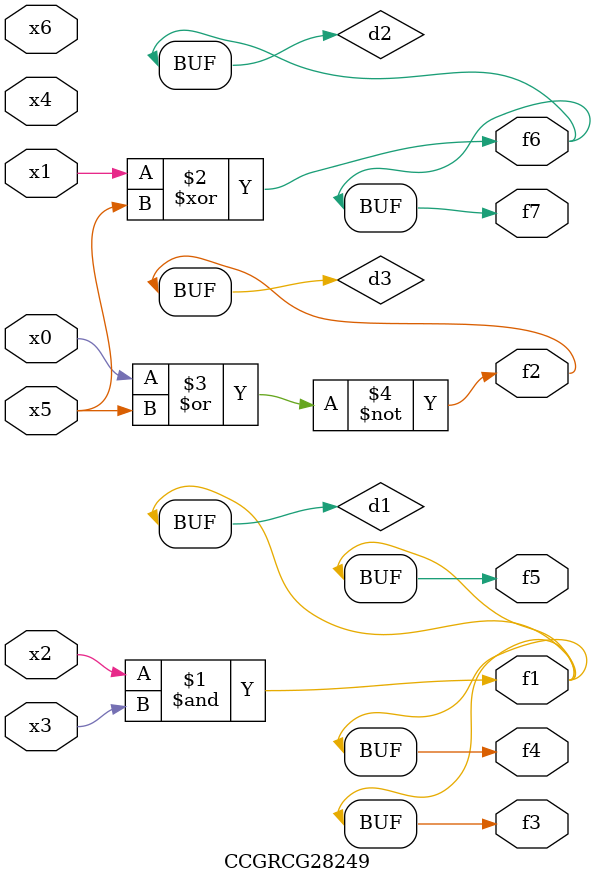
<source format=v>
module CCGRCG28249(
	input x0, x1, x2, x3, x4, x5, x6,
	output f1, f2, f3, f4, f5, f6, f7
);

	wire d1, d2, d3;

	and (d1, x2, x3);
	xor (d2, x1, x5);
	nor (d3, x0, x5);
	assign f1 = d1;
	assign f2 = d3;
	assign f3 = d1;
	assign f4 = d1;
	assign f5 = d1;
	assign f6 = d2;
	assign f7 = d2;
endmodule

</source>
